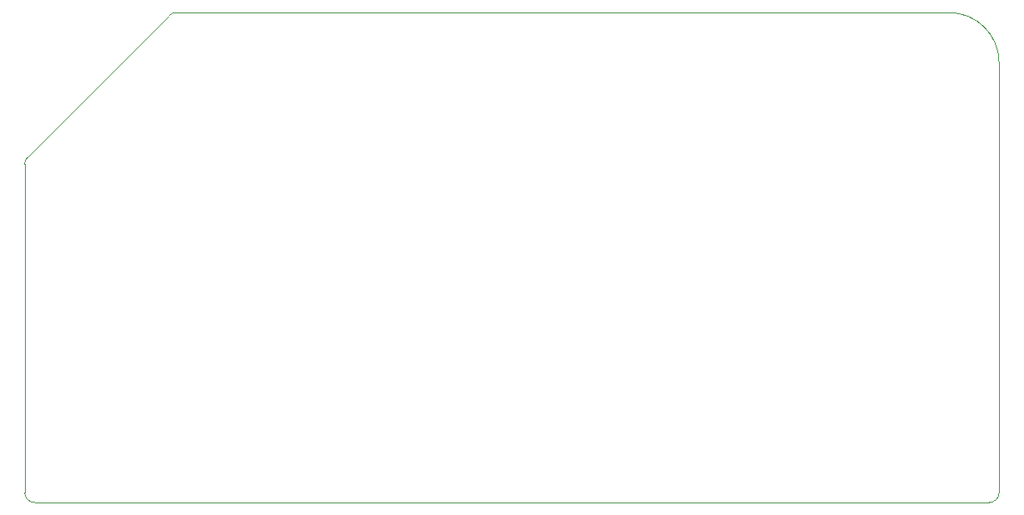
<source format=gbr>
G04 #@! TF.GenerationSoftware,KiCad,Pcbnew,(5.1.8)-1*
G04 #@! TF.CreationDate,2021-01-15T14:06:27-08:00*
G04 #@! TF.ProjectId,Z80-512K,5a38302d-3531-4324-9b2e-6b696361645f,1.1*
G04 #@! TF.SameCoordinates,Original*
G04 #@! TF.FileFunction,Profile,NP*
%FSLAX46Y46*%
G04 Gerber Fmt 4.6, Leading zero omitted, Abs format (unit mm)*
G04 Created by KiCad (PCBNEW (5.1.8)-1) date 2021-01-15 14:06:27*
%MOMM*%
%LPD*%
G01*
G04 APERTURE LIST*
G04 #@! TA.AperFunction,Profile*
%ADD10C,0.050000*%
G04 #@! TD*
G04 APERTURE END LIST*
D10*
X125494180Y-93604480D02*
G75*
G03*
X125196600Y-94322900I718420J-718420D01*
G01*
X219202600Y-78892400D02*
G75*
G02*
X224302600Y-83992400I0J-5100000D01*
G01*
X224302600Y-127736600D02*
G75*
G02*
X223286600Y-128752600I-1016000J0D01*
G01*
X126212600Y-128752600D02*
G75*
G02*
X125196600Y-127736600I0J1016000D01*
G01*
X125494180Y-93604480D02*
X139908680Y-79189980D01*
X139908680Y-79189980D02*
G75*
G02*
X140627100Y-78892400I718420J-718420D01*
G01*
X140627100Y-78892400D02*
X219202600Y-78892400D01*
X125196600Y-127736600D02*
X125196600Y-94322900D01*
X223286600Y-128752600D02*
X126212600Y-128752600D01*
X224302600Y-83992400D02*
X224302600Y-127736600D01*
M02*

</source>
